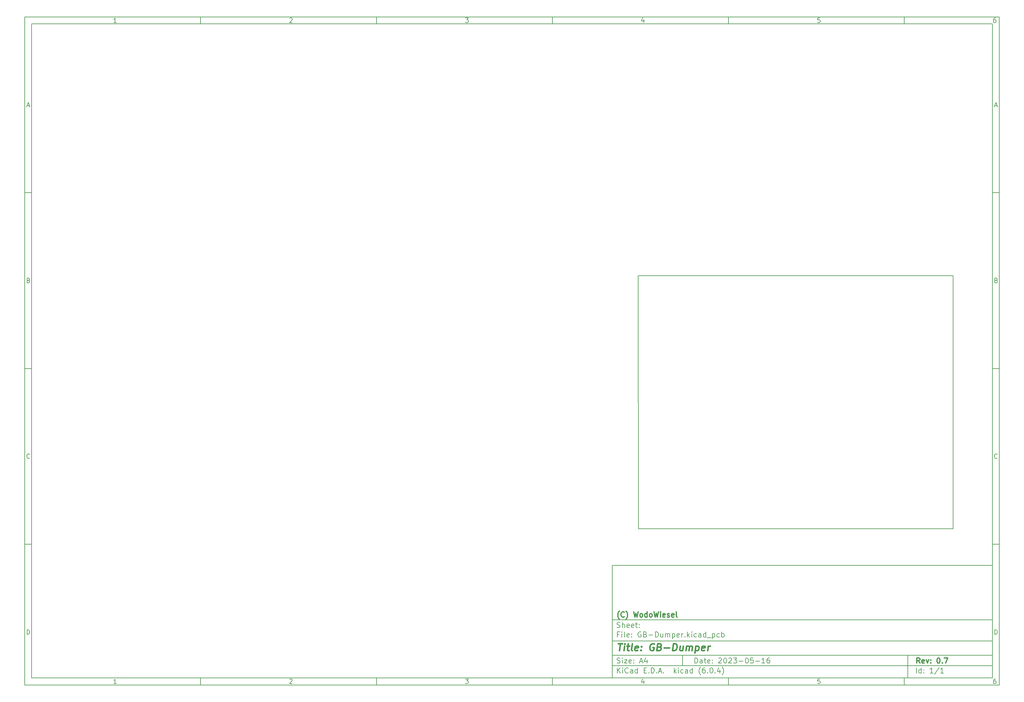
<source format=gbr>
%TF.GenerationSoftware,KiCad,Pcbnew,(6.0.4)*%
%TF.CreationDate,2023-10-22T17:32:39+02:00*%
%TF.ProjectId,GB-Dumper,47422d44-756d-4706-9572-2e6b69636164,0.7*%
%TF.SameCoordinates,Original*%
%TF.FileFunction,Other,User*%
%FSLAX46Y46*%
G04 Gerber Fmt 4.6, Leading zero omitted, Abs format (unit mm)*
G04 Created by KiCad (PCBNEW (6.0.4)) date 2023-10-22 17:32:39*
%MOMM*%
%LPD*%
G01*
G04 APERTURE LIST*
%ADD10C,0.100000*%
%ADD11C,0.150000*%
%ADD12C,0.300000*%
%ADD13C,0.400000*%
%TA.AperFunction,Profile*%
%ADD14C,0.150000*%
%TD*%
G04 APERTURE END LIST*
D10*
D11*
X177002200Y-166007200D02*
X177002200Y-198007200D01*
X285002200Y-198007200D01*
X285002200Y-166007200D01*
X177002200Y-166007200D01*
D10*
D11*
X10000000Y-10000000D02*
X10000000Y-200007200D01*
X287002200Y-200007200D01*
X287002200Y-10000000D01*
X10000000Y-10000000D01*
D10*
D11*
X12000000Y-12000000D02*
X12000000Y-198007200D01*
X285002200Y-198007200D01*
X285002200Y-12000000D01*
X12000000Y-12000000D01*
D10*
D11*
X60000000Y-12000000D02*
X60000000Y-10000000D01*
D10*
D11*
X110000000Y-12000000D02*
X110000000Y-10000000D01*
D10*
D11*
X160000000Y-12000000D02*
X160000000Y-10000000D01*
D10*
D11*
X210000000Y-12000000D02*
X210000000Y-10000000D01*
D10*
D11*
X260000000Y-12000000D02*
X260000000Y-10000000D01*
D10*
D11*
X36065476Y-11588095D02*
X35322619Y-11588095D01*
X35694047Y-11588095D02*
X35694047Y-10288095D01*
X35570238Y-10473809D01*
X35446428Y-10597619D01*
X35322619Y-10659523D01*
D10*
D11*
X85322619Y-10411904D02*
X85384523Y-10350000D01*
X85508333Y-10288095D01*
X85817857Y-10288095D01*
X85941666Y-10350000D01*
X86003571Y-10411904D01*
X86065476Y-10535714D01*
X86065476Y-10659523D01*
X86003571Y-10845238D01*
X85260714Y-11588095D01*
X86065476Y-11588095D01*
D10*
D11*
X135260714Y-10288095D02*
X136065476Y-10288095D01*
X135632142Y-10783333D01*
X135817857Y-10783333D01*
X135941666Y-10845238D01*
X136003571Y-10907142D01*
X136065476Y-11030952D01*
X136065476Y-11340476D01*
X136003571Y-11464285D01*
X135941666Y-11526190D01*
X135817857Y-11588095D01*
X135446428Y-11588095D01*
X135322619Y-11526190D01*
X135260714Y-11464285D01*
D10*
D11*
X185941666Y-10721428D02*
X185941666Y-11588095D01*
X185632142Y-10226190D02*
X185322619Y-11154761D01*
X186127380Y-11154761D01*
D10*
D11*
X236003571Y-10288095D02*
X235384523Y-10288095D01*
X235322619Y-10907142D01*
X235384523Y-10845238D01*
X235508333Y-10783333D01*
X235817857Y-10783333D01*
X235941666Y-10845238D01*
X236003571Y-10907142D01*
X236065476Y-11030952D01*
X236065476Y-11340476D01*
X236003571Y-11464285D01*
X235941666Y-11526190D01*
X235817857Y-11588095D01*
X235508333Y-11588095D01*
X235384523Y-11526190D01*
X235322619Y-11464285D01*
D10*
D11*
X285941666Y-10288095D02*
X285694047Y-10288095D01*
X285570238Y-10350000D01*
X285508333Y-10411904D01*
X285384523Y-10597619D01*
X285322619Y-10845238D01*
X285322619Y-11340476D01*
X285384523Y-11464285D01*
X285446428Y-11526190D01*
X285570238Y-11588095D01*
X285817857Y-11588095D01*
X285941666Y-11526190D01*
X286003571Y-11464285D01*
X286065476Y-11340476D01*
X286065476Y-11030952D01*
X286003571Y-10907142D01*
X285941666Y-10845238D01*
X285817857Y-10783333D01*
X285570238Y-10783333D01*
X285446428Y-10845238D01*
X285384523Y-10907142D01*
X285322619Y-11030952D01*
D10*
D11*
X60000000Y-198007200D02*
X60000000Y-200007200D01*
D10*
D11*
X110000000Y-198007200D02*
X110000000Y-200007200D01*
D10*
D11*
X160000000Y-198007200D02*
X160000000Y-200007200D01*
D10*
D11*
X210000000Y-198007200D02*
X210000000Y-200007200D01*
D10*
D11*
X260000000Y-198007200D02*
X260000000Y-200007200D01*
D10*
D11*
X36065476Y-199595295D02*
X35322619Y-199595295D01*
X35694047Y-199595295D02*
X35694047Y-198295295D01*
X35570238Y-198481009D01*
X35446428Y-198604819D01*
X35322619Y-198666723D01*
D10*
D11*
X85322619Y-198419104D02*
X85384523Y-198357200D01*
X85508333Y-198295295D01*
X85817857Y-198295295D01*
X85941666Y-198357200D01*
X86003571Y-198419104D01*
X86065476Y-198542914D01*
X86065476Y-198666723D01*
X86003571Y-198852438D01*
X85260714Y-199595295D01*
X86065476Y-199595295D01*
D10*
D11*
X135260714Y-198295295D02*
X136065476Y-198295295D01*
X135632142Y-198790533D01*
X135817857Y-198790533D01*
X135941666Y-198852438D01*
X136003571Y-198914342D01*
X136065476Y-199038152D01*
X136065476Y-199347676D01*
X136003571Y-199471485D01*
X135941666Y-199533390D01*
X135817857Y-199595295D01*
X135446428Y-199595295D01*
X135322619Y-199533390D01*
X135260714Y-199471485D01*
D10*
D11*
X185941666Y-198728628D02*
X185941666Y-199595295D01*
X185632142Y-198233390D02*
X185322619Y-199161961D01*
X186127380Y-199161961D01*
D10*
D11*
X236003571Y-198295295D02*
X235384523Y-198295295D01*
X235322619Y-198914342D01*
X235384523Y-198852438D01*
X235508333Y-198790533D01*
X235817857Y-198790533D01*
X235941666Y-198852438D01*
X236003571Y-198914342D01*
X236065476Y-199038152D01*
X236065476Y-199347676D01*
X236003571Y-199471485D01*
X235941666Y-199533390D01*
X235817857Y-199595295D01*
X235508333Y-199595295D01*
X235384523Y-199533390D01*
X235322619Y-199471485D01*
D10*
D11*
X285941666Y-198295295D02*
X285694047Y-198295295D01*
X285570238Y-198357200D01*
X285508333Y-198419104D01*
X285384523Y-198604819D01*
X285322619Y-198852438D01*
X285322619Y-199347676D01*
X285384523Y-199471485D01*
X285446428Y-199533390D01*
X285570238Y-199595295D01*
X285817857Y-199595295D01*
X285941666Y-199533390D01*
X286003571Y-199471485D01*
X286065476Y-199347676D01*
X286065476Y-199038152D01*
X286003571Y-198914342D01*
X285941666Y-198852438D01*
X285817857Y-198790533D01*
X285570238Y-198790533D01*
X285446428Y-198852438D01*
X285384523Y-198914342D01*
X285322619Y-199038152D01*
D10*
D11*
X10000000Y-60000000D02*
X12000000Y-60000000D01*
D10*
D11*
X10000000Y-110000000D02*
X12000000Y-110000000D01*
D10*
D11*
X10000000Y-160000000D02*
X12000000Y-160000000D01*
D10*
D11*
X10690476Y-35216666D02*
X11309523Y-35216666D01*
X10566666Y-35588095D02*
X11000000Y-34288095D01*
X11433333Y-35588095D01*
D10*
D11*
X11092857Y-84907142D02*
X11278571Y-84969047D01*
X11340476Y-85030952D01*
X11402380Y-85154761D01*
X11402380Y-85340476D01*
X11340476Y-85464285D01*
X11278571Y-85526190D01*
X11154761Y-85588095D01*
X10659523Y-85588095D01*
X10659523Y-84288095D01*
X11092857Y-84288095D01*
X11216666Y-84350000D01*
X11278571Y-84411904D01*
X11340476Y-84535714D01*
X11340476Y-84659523D01*
X11278571Y-84783333D01*
X11216666Y-84845238D01*
X11092857Y-84907142D01*
X10659523Y-84907142D01*
D10*
D11*
X11402380Y-135464285D02*
X11340476Y-135526190D01*
X11154761Y-135588095D01*
X11030952Y-135588095D01*
X10845238Y-135526190D01*
X10721428Y-135402380D01*
X10659523Y-135278571D01*
X10597619Y-135030952D01*
X10597619Y-134845238D01*
X10659523Y-134597619D01*
X10721428Y-134473809D01*
X10845238Y-134350000D01*
X11030952Y-134288095D01*
X11154761Y-134288095D01*
X11340476Y-134350000D01*
X11402380Y-134411904D01*
D10*
D11*
X10659523Y-185588095D02*
X10659523Y-184288095D01*
X10969047Y-184288095D01*
X11154761Y-184350000D01*
X11278571Y-184473809D01*
X11340476Y-184597619D01*
X11402380Y-184845238D01*
X11402380Y-185030952D01*
X11340476Y-185278571D01*
X11278571Y-185402380D01*
X11154761Y-185526190D01*
X10969047Y-185588095D01*
X10659523Y-185588095D01*
D10*
D11*
X287002200Y-60000000D02*
X285002200Y-60000000D01*
D10*
D11*
X287002200Y-110000000D02*
X285002200Y-110000000D01*
D10*
D11*
X287002200Y-160000000D02*
X285002200Y-160000000D01*
D10*
D11*
X285692676Y-35216666D02*
X286311723Y-35216666D01*
X285568866Y-35588095D02*
X286002200Y-34288095D01*
X286435533Y-35588095D01*
D10*
D11*
X286095057Y-84907142D02*
X286280771Y-84969047D01*
X286342676Y-85030952D01*
X286404580Y-85154761D01*
X286404580Y-85340476D01*
X286342676Y-85464285D01*
X286280771Y-85526190D01*
X286156961Y-85588095D01*
X285661723Y-85588095D01*
X285661723Y-84288095D01*
X286095057Y-84288095D01*
X286218866Y-84350000D01*
X286280771Y-84411904D01*
X286342676Y-84535714D01*
X286342676Y-84659523D01*
X286280771Y-84783333D01*
X286218866Y-84845238D01*
X286095057Y-84907142D01*
X285661723Y-84907142D01*
D10*
D11*
X286404580Y-135464285D02*
X286342676Y-135526190D01*
X286156961Y-135588095D01*
X286033152Y-135588095D01*
X285847438Y-135526190D01*
X285723628Y-135402380D01*
X285661723Y-135278571D01*
X285599819Y-135030952D01*
X285599819Y-134845238D01*
X285661723Y-134597619D01*
X285723628Y-134473809D01*
X285847438Y-134350000D01*
X286033152Y-134288095D01*
X286156961Y-134288095D01*
X286342676Y-134350000D01*
X286404580Y-134411904D01*
D10*
D11*
X285661723Y-185588095D02*
X285661723Y-184288095D01*
X285971247Y-184288095D01*
X286156961Y-184350000D01*
X286280771Y-184473809D01*
X286342676Y-184597619D01*
X286404580Y-184845238D01*
X286404580Y-185030952D01*
X286342676Y-185278571D01*
X286280771Y-185402380D01*
X286156961Y-185526190D01*
X285971247Y-185588095D01*
X285661723Y-185588095D01*
D10*
D11*
X200434342Y-193785771D02*
X200434342Y-192285771D01*
X200791485Y-192285771D01*
X201005771Y-192357200D01*
X201148628Y-192500057D01*
X201220057Y-192642914D01*
X201291485Y-192928628D01*
X201291485Y-193142914D01*
X201220057Y-193428628D01*
X201148628Y-193571485D01*
X201005771Y-193714342D01*
X200791485Y-193785771D01*
X200434342Y-193785771D01*
X202577200Y-193785771D02*
X202577200Y-193000057D01*
X202505771Y-192857200D01*
X202362914Y-192785771D01*
X202077200Y-192785771D01*
X201934342Y-192857200D01*
X202577200Y-193714342D02*
X202434342Y-193785771D01*
X202077200Y-193785771D01*
X201934342Y-193714342D01*
X201862914Y-193571485D01*
X201862914Y-193428628D01*
X201934342Y-193285771D01*
X202077200Y-193214342D01*
X202434342Y-193214342D01*
X202577200Y-193142914D01*
X203077200Y-192785771D02*
X203648628Y-192785771D01*
X203291485Y-192285771D02*
X203291485Y-193571485D01*
X203362914Y-193714342D01*
X203505771Y-193785771D01*
X203648628Y-193785771D01*
X204720057Y-193714342D02*
X204577200Y-193785771D01*
X204291485Y-193785771D01*
X204148628Y-193714342D01*
X204077200Y-193571485D01*
X204077200Y-193000057D01*
X204148628Y-192857200D01*
X204291485Y-192785771D01*
X204577200Y-192785771D01*
X204720057Y-192857200D01*
X204791485Y-193000057D01*
X204791485Y-193142914D01*
X204077200Y-193285771D01*
X205434342Y-193642914D02*
X205505771Y-193714342D01*
X205434342Y-193785771D01*
X205362914Y-193714342D01*
X205434342Y-193642914D01*
X205434342Y-193785771D01*
X205434342Y-192857200D02*
X205505771Y-192928628D01*
X205434342Y-193000057D01*
X205362914Y-192928628D01*
X205434342Y-192857200D01*
X205434342Y-193000057D01*
X207220057Y-192428628D02*
X207291485Y-192357200D01*
X207434342Y-192285771D01*
X207791485Y-192285771D01*
X207934342Y-192357200D01*
X208005771Y-192428628D01*
X208077200Y-192571485D01*
X208077200Y-192714342D01*
X208005771Y-192928628D01*
X207148628Y-193785771D01*
X208077200Y-193785771D01*
X209005771Y-192285771D02*
X209148628Y-192285771D01*
X209291485Y-192357200D01*
X209362914Y-192428628D01*
X209434342Y-192571485D01*
X209505771Y-192857200D01*
X209505771Y-193214342D01*
X209434342Y-193500057D01*
X209362914Y-193642914D01*
X209291485Y-193714342D01*
X209148628Y-193785771D01*
X209005771Y-193785771D01*
X208862914Y-193714342D01*
X208791485Y-193642914D01*
X208720057Y-193500057D01*
X208648628Y-193214342D01*
X208648628Y-192857200D01*
X208720057Y-192571485D01*
X208791485Y-192428628D01*
X208862914Y-192357200D01*
X209005771Y-192285771D01*
X210077200Y-192428628D02*
X210148628Y-192357200D01*
X210291485Y-192285771D01*
X210648628Y-192285771D01*
X210791485Y-192357200D01*
X210862914Y-192428628D01*
X210934342Y-192571485D01*
X210934342Y-192714342D01*
X210862914Y-192928628D01*
X210005771Y-193785771D01*
X210934342Y-193785771D01*
X211434342Y-192285771D02*
X212362914Y-192285771D01*
X211862914Y-192857200D01*
X212077200Y-192857200D01*
X212220057Y-192928628D01*
X212291485Y-193000057D01*
X212362914Y-193142914D01*
X212362914Y-193500057D01*
X212291485Y-193642914D01*
X212220057Y-193714342D01*
X212077200Y-193785771D01*
X211648628Y-193785771D01*
X211505771Y-193714342D01*
X211434342Y-193642914D01*
X213005771Y-193214342D02*
X214148628Y-193214342D01*
X215148628Y-192285771D02*
X215291485Y-192285771D01*
X215434342Y-192357200D01*
X215505771Y-192428628D01*
X215577200Y-192571485D01*
X215648628Y-192857200D01*
X215648628Y-193214342D01*
X215577200Y-193500057D01*
X215505771Y-193642914D01*
X215434342Y-193714342D01*
X215291485Y-193785771D01*
X215148628Y-193785771D01*
X215005771Y-193714342D01*
X214934342Y-193642914D01*
X214862914Y-193500057D01*
X214791485Y-193214342D01*
X214791485Y-192857200D01*
X214862914Y-192571485D01*
X214934342Y-192428628D01*
X215005771Y-192357200D01*
X215148628Y-192285771D01*
X217005771Y-192285771D02*
X216291485Y-192285771D01*
X216220057Y-193000057D01*
X216291485Y-192928628D01*
X216434342Y-192857200D01*
X216791485Y-192857200D01*
X216934342Y-192928628D01*
X217005771Y-193000057D01*
X217077200Y-193142914D01*
X217077200Y-193500057D01*
X217005771Y-193642914D01*
X216934342Y-193714342D01*
X216791485Y-193785771D01*
X216434342Y-193785771D01*
X216291485Y-193714342D01*
X216220057Y-193642914D01*
X217720057Y-193214342D02*
X218862914Y-193214342D01*
X220362914Y-193785771D02*
X219505771Y-193785771D01*
X219934342Y-193785771D02*
X219934342Y-192285771D01*
X219791485Y-192500057D01*
X219648628Y-192642914D01*
X219505771Y-192714342D01*
X221648628Y-192285771D02*
X221362914Y-192285771D01*
X221220057Y-192357200D01*
X221148628Y-192428628D01*
X221005771Y-192642914D01*
X220934342Y-192928628D01*
X220934342Y-193500057D01*
X221005771Y-193642914D01*
X221077200Y-193714342D01*
X221220057Y-193785771D01*
X221505771Y-193785771D01*
X221648628Y-193714342D01*
X221720057Y-193642914D01*
X221791485Y-193500057D01*
X221791485Y-193142914D01*
X221720057Y-193000057D01*
X221648628Y-192928628D01*
X221505771Y-192857200D01*
X221220057Y-192857200D01*
X221077200Y-192928628D01*
X221005771Y-193000057D01*
X220934342Y-193142914D01*
D10*
D11*
X177002200Y-194507200D02*
X285002200Y-194507200D01*
D10*
D11*
X178434342Y-196585771D02*
X178434342Y-195085771D01*
X179291485Y-196585771D02*
X178648628Y-195728628D01*
X179291485Y-195085771D02*
X178434342Y-195942914D01*
X179934342Y-196585771D02*
X179934342Y-195585771D01*
X179934342Y-195085771D02*
X179862914Y-195157200D01*
X179934342Y-195228628D01*
X180005771Y-195157200D01*
X179934342Y-195085771D01*
X179934342Y-195228628D01*
X181505771Y-196442914D02*
X181434342Y-196514342D01*
X181220057Y-196585771D01*
X181077200Y-196585771D01*
X180862914Y-196514342D01*
X180720057Y-196371485D01*
X180648628Y-196228628D01*
X180577200Y-195942914D01*
X180577200Y-195728628D01*
X180648628Y-195442914D01*
X180720057Y-195300057D01*
X180862914Y-195157200D01*
X181077200Y-195085771D01*
X181220057Y-195085771D01*
X181434342Y-195157200D01*
X181505771Y-195228628D01*
X182791485Y-196585771D02*
X182791485Y-195800057D01*
X182720057Y-195657200D01*
X182577200Y-195585771D01*
X182291485Y-195585771D01*
X182148628Y-195657200D01*
X182791485Y-196514342D02*
X182648628Y-196585771D01*
X182291485Y-196585771D01*
X182148628Y-196514342D01*
X182077200Y-196371485D01*
X182077200Y-196228628D01*
X182148628Y-196085771D01*
X182291485Y-196014342D01*
X182648628Y-196014342D01*
X182791485Y-195942914D01*
X184148628Y-196585771D02*
X184148628Y-195085771D01*
X184148628Y-196514342D02*
X184005771Y-196585771D01*
X183720057Y-196585771D01*
X183577200Y-196514342D01*
X183505771Y-196442914D01*
X183434342Y-196300057D01*
X183434342Y-195871485D01*
X183505771Y-195728628D01*
X183577200Y-195657200D01*
X183720057Y-195585771D01*
X184005771Y-195585771D01*
X184148628Y-195657200D01*
X186005771Y-195800057D02*
X186505771Y-195800057D01*
X186720057Y-196585771D02*
X186005771Y-196585771D01*
X186005771Y-195085771D01*
X186720057Y-195085771D01*
X187362914Y-196442914D02*
X187434342Y-196514342D01*
X187362914Y-196585771D01*
X187291485Y-196514342D01*
X187362914Y-196442914D01*
X187362914Y-196585771D01*
X188077200Y-196585771D02*
X188077200Y-195085771D01*
X188434342Y-195085771D01*
X188648628Y-195157200D01*
X188791485Y-195300057D01*
X188862914Y-195442914D01*
X188934342Y-195728628D01*
X188934342Y-195942914D01*
X188862914Y-196228628D01*
X188791485Y-196371485D01*
X188648628Y-196514342D01*
X188434342Y-196585771D01*
X188077200Y-196585771D01*
X189577200Y-196442914D02*
X189648628Y-196514342D01*
X189577200Y-196585771D01*
X189505771Y-196514342D01*
X189577200Y-196442914D01*
X189577200Y-196585771D01*
X190220057Y-196157200D02*
X190934342Y-196157200D01*
X190077200Y-196585771D02*
X190577200Y-195085771D01*
X191077200Y-196585771D01*
X191577200Y-196442914D02*
X191648628Y-196514342D01*
X191577200Y-196585771D01*
X191505771Y-196514342D01*
X191577200Y-196442914D01*
X191577200Y-196585771D01*
X194577200Y-196585771D02*
X194577200Y-195085771D01*
X194720057Y-196014342D02*
X195148628Y-196585771D01*
X195148628Y-195585771D02*
X194577200Y-196157200D01*
X195791485Y-196585771D02*
X195791485Y-195585771D01*
X195791485Y-195085771D02*
X195720057Y-195157200D01*
X195791485Y-195228628D01*
X195862914Y-195157200D01*
X195791485Y-195085771D01*
X195791485Y-195228628D01*
X197148628Y-196514342D02*
X197005771Y-196585771D01*
X196720057Y-196585771D01*
X196577200Y-196514342D01*
X196505771Y-196442914D01*
X196434342Y-196300057D01*
X196434342Y-195871485D01*
X196505771Y-195728628D01*
X196577200Y-195657200D01*
X196720057Y-195585771D01*
X197005771Y-195585771D01*
X197148628Y-195657200D01*
X198434342Y-196585771D02*
X198434342Y-195800057D01*
X198362914Y-195657200D01*
X198220057Y-195585771D01*
X197934342Y-195585771D01*
X197791485Y-195657200D01*
X198434342Y-196514342D02*
X198291485Y-196585771D01*
X197934342Y-196585771D01*
X197791485Y-196514342D01*
X197720057Y-196371485D01*
X197720057Y-196228628D01*
X197791485Y-196085771D01*
X197934342Y-196014342D01*
X198291485Y-196014342D01*
X198434342Y-195942914D01*
X199791485Y-196585771D02*
X199791485Y-195085771D01*
X199791485Y-196514342D02*
X199648628Y-196585771D01*
X199362914Y-196585771D01*
X199220057Y-196514342D01*
X199148628Y-196442914D01*
X199077200Y-196300057D01*
X199077200Y-195871485D01*
X199148628Y-195728628D01*
X199220057Y-195657200D01*
X199362914Y-195585771D01*
X199648628Y-195585771D01*
X199791485Y-195657200D01*
X202077200Y-197157200D02*
X202005771Y-197085771D01*
X201862914Y-196871485D01*
X201791485Y-196728628D01*
X201720057Y-196514342D01*
X201648628Y-196157200D01*
X201648628Y-195871485D01*
X201720057Y-195514342D01*
X201791485Y-195300057D01*
X201862914Y-195157200D01*
X202005771Y-194942914D01*
X202077200Y-194871485D01*
X203291485Y-195085771D02*
X203005771Y-195085771D01*
X202862914Y-195157200D01*
X202791485Y-195228628D01*
X202648628Y-195442914D01*
X202577200Y-195728628D01*
X202577200Y-196300057D01*
X202648628Y-196442914D01*
X202720057Y-196514342D01*
X202862914Y-196585771D01*
X203148628Y-196585771D01*
X203291485Y-196514342D01*
X203362914Y-196442914D01*
X203434342Y-196300057D01*
X203434342Y-195942914D01*
X203362914Y-195800057D01*
X203291485Y-195728628D01*
X203148628Y-195657200D01*
X202862914Y-195657200D01*
X202720057Y-195728628D01*
X202648628Y-195800057D01*
X202577200Y-195942914D01*
X204077200Y-196442914D02*
X204148628Y-196514342D01*
X204077200Y-196585771D01*
X204005771Y-196514342D01*
X204077200Y-196442914D01*
X204077200Y-196585771D01*
X205077200Y-195085771D02*
X205220057Y-195085771D01*
X205362914Y-195157200D01*
X205434342Y-195228628D01*
X205505771Y-195371485D01*
X205577200Y-195657200D01*
X205577200Y-196014342D01*
X205505771Y-196300057D01*
X205434342Y-196442914D01*
X205362914Y-196514342D01*
X205220057Y-196585771D01*
X205077200Y-196585771D01*
X204934342Y-196514342D01*
X204862914Y-196442914D01*
X204791485Y-196300057D01*
X204720057Y-196014342D01*
X204720057Y-195657200D01*
X204791485Y-195371485D01*
X204862914Y-195228628D01*
X204934342Y-195157200D01*
X205077200Y-195085771D01*
X206220057Y-196442914D02*
X206291485Y-196514342D01*
X206220057Y-196585771D01*
X206148628Y-196514342D01*
X206220057Y-196442914D01*
X206220057Y-196585771D01*
X207577200Y-195585771D02*
X207577200Y-196585771D01*
X207220057Y-195014342D02*
X206862914Y-196085771D01*
X207791485Y-196085771D01*
X208220057Y-197157200D02*
X208291485Y-197085771D01*
X208434342Y-196871485D01*
X208505771Y-196728628D01*
X208577200Y-196514342D01*
X208648628Y-196157200D01*
X208648628Y-195871485D01*
X208577200Y-195514342D01*
X208505771Y-195300057D01*
X208434342Y-195157200D01*
X208291485Y-194942914D01*
X208220057Y-194871485D01*
D10*
D11*
X177002200Y-191507200D02*
X285002200Y-191507200D01*
D10*
D12*
X264411485Y-193785771D02*
X263911485Y-193071485D01*
X263554342Y-193785771D02*
X263554342Y-192285771D01*
X264125771Y-192285771D01*
X264268628Y-192357200D01*
X264340057Y-192428628D01*
X264411485Y-192571485D01*
X264411485Y-192785771D01*
X264340057Y-192928628D01*
X264268628Y-193000057D01*
X264125771Y-193071485D01*
X263554342Y-193071485D01*
X265625771Y-193714342D02*
X265482914Y-193785771D01*
X265197200Y-193785771D01*
X265054342Y-193714342D01*
X264982914Y-193571485D01*
X264982914Y-193000057D01*
X265054342Y-192857200D01*
X265197200Y-192785771D01*
X265482914Y-192785771D01*
X265625771Y-192857200D01*
X265697200Y-193000057D01*
X265697200Y-193142914D01*
X264982914Y-193285771D01*
X266197200Y-192785771D02*
X266554342Y-193785771D01*
X266911485Y-192785771D01*
X267482914Y-193642914D02*
X267554342Y-193714342D01*
X267482914Y-193785771D01*
X267411485Y-193714342D01*
X267482914Y-193642914D01*
X267482914Y-193785771D01*
X267482914Y-192857200D02*
X267554342Y-192928628D01*
X267482914Y-193000057D01*
X267411485Y-192928628D01*
X267482914Y-192857200D01*
X267482914Y-193000057D01*
X269625771Y-192285771D02*
X269768628Y-192285771D01*
X269911485Y-192357200D01*
X269982914Y-192428628D01*
X270054342Y-192571485D01*
X270125771Y-192857200D01*
X270125771Y-193214342D01*
X270054342Y-193500057D01*
X269982914Y-193642914D01*
X269911485Y-193714342D01*
X269768628Y-193785771D01*
X269625771Y-193785771D01*
X269482914Y-193714342D01*
X269411485Y-193642914D01*
X269340057Y-193500057D01*
X269268628Y-193214342D01*
X269268628Y-192857200D01*
X269340057Y-192571485D01*
X269411485Y-192428628D01*
X269482914Y-192357200D01*
X269625771Y-192285771D01*
X270768628Y-193642914D02*
X270840057Y-193714342D01*
X270768628Y-193785771D01*
X270697200Y-193714342D01*
X270768628Y-193642914D01*
X270768628Y-193785771D01*
X271340057Y-192285771D02*
X272340057Y-192285771D01*
X271697200Y-193785771D01*
D10*
D11*
X178362914Y-193714342D02*
X178577200Y-193785771D01*
X178934342Y-193785771D01*
X179077200Y-193714342D01*
X179148628Y-193642914D01*
X179220057Y-193500057D01*
X179220057Y-193357200D01*
X179148628Y-193214342D01*
X179077200Y-193142914D01*
X178934342Y-193071485D01*
X178648628Y-193000057D01*
X178505771Y-192928628D01*
X178434342Y-192857200D01*
X178362914Y-192714342D01*
X178362914Y-192571485D01*
X178434342Y-192428628D01*
X178505771Y-192357200D01*
X178648628Y-192285771D01*
X179005771Y-192285771D01*
X179220057Y-192357200D01*
X179862914Y-193785771D02*
X179862914Y-192785771D01*
X179862914Y-192285771D02*
X179791485Y-192357200D01*
X179862914Y-192428628D01*
X179934342Y-192357200D01*
X179862914Y-192285771D01*
X179862914Y-192428628D01*
X180434342Y-192785771D02*
X181220057Y-192785771D01*
X180434342Y-193785771D01*
X181220057Y-193785771D01*
X182362914Y-193714342D02*
X182220057Y-193785771D01*
X181934342Y-193785771D01*
X181791485Y-193714342D01*
X181720057Y-193571485D01*
X181720057Y-193000057D01*
X181791485Y-192857200D01*
X181934342Y-192785771D01*
X182220057Y-192785771D01*
X182362914Y-192857200D01*
X182434342Y-193000057D01*
X182434342Y-193142914D01*
X181720057Y-193285771D01*
X183077200Y-193642914D02*
X183148628Y-193714342D01*
X183077200Y-193785771D01*
X183005771Y-193714342D01*
X183077200Y-193642914D01*
X183077200Y-193785771D01*
X183077200Y-192857200D02*
X183148628Y-192928628D01*
X183077200Y-193000057D01*
X183005771Y-192928628D01*
X183077200Y-192857200D01*
X183077200Y-193000057D01*
X184862914Y-193357200D02*
X185577200Y-193357200D01*
X184720057Y-193785771D02*
X185220057Y-192285771D01*
X185720057Y-193785771D01*
X186862914Y-192785771D02*
X186862914Y-193785771D01*
X186505771Y-192214342D02*
X186148628Y-193285771D01*
X187077200Y-193285771D01*
D10*
D11*
X263434342Y-196585771D02*
X263434342Y-195085771D01*
X264791485Y-196585771D02*
X264791485Y-195085771D01*
X264791485Y-196514342D02*
X264648628Y-196585771D01*
X264362914Y-196585771D01*
X264220057Y-196514342D01*
X264148628Y-196442914D01*
X264077200Y-196300057D01*
X264077200Y-195871485D01*
X264148628Y-195728628D01*
X264220057Y-195657200D01*
X264362914Y-195585771D01*
X264648628Y-195585771D01*
X264791485Y-195657200D01*
X265505771Y-196442914D02*
X265577200Y-196514342D01*
X265505771Y-196585771D01*
X265434342Y-196514342D01*
X265505771Y-196442914D01*
X265505771Y-196585771D01*
X265505771Y-195657200D02*
X265577200Y-195728628D01*
X265505771Y-195800057D01*
X265434342Y-195728628D01*
X265505771Y-195657200D01*
X265505771Y-195800057D01*
X268148628Y-196585771D02*
X267291485Y-196585771D01*
X267720057Y-196585771D02*
X267720057Y-195085771D01*
X267577200Y-195300057D01*
X267434342Y-195442914D01*
X267291485Y-195514342D01*
X269862914Y-195014342D02*
X268577200Y-196942914D01*
X271148628Y-196585771D02*
X270291485Y-196585771D01*
X270720057Y-196585771D02*
X270720057Y-195085771D01*
X270577200Y-195300057D01*
X270434342Y-195442914D01*
X270291485Y-195514342D01*
D10*
D11*
X177002200Y-187507200D02*
X285002200Y-187507200D01*
D10*
D13*
X178714580Y-188211961D02*
X179857438Y-188211961D01*
X179036009Y-190211961D02*
X179286009Y-188211961D01*
X180274104Y-190211961D02*
X180440771Y-188878628D01*
X180524104Y-188211961D02*
X180416961Y-188307200D01*
X180500295Y-188402438D01*
X180607438Y-188307200D01*
X180524104Y-188211961D01*
X180500295Y-188402438D01*
X181107438Y-188878628D02*
X181869342Y-188878628D01*
X181476485Y-188211961D02*
X181262200Y-189926247D01*
X181333628Y-190116723D01*
X181512200Y-190211961D01*
X181702676Y-190211961D01*
X182655057Y-190211961D02*
X182476485Y-190116723D01*
X182405057Y-189926247D01*
X182619342Y-188211961D01*
X184190771Y-190116723D02*
X183988390Y-190211961D01*
X183607438Y-190211961D01*
X183428866Y-190116723D01*
X183357438Y-189926247D01*
X183452676Y-189164342D01*
X183571723Y-188973866D01*
X183774104Y-188878628D01*
X184155057Y-188878628D01*
X184333628Y-188973866D01*
X184405057Y-189164342D01*
X184381247Y-189354819D01*
X183405057Y-189545295D01*
X185155057Y-190021485D02*
X185238390Y-190116723D01*
X185131247Y-190211961D01*
X185047914Y-190116723D01*
X185155057Y-190021485D01*
X185131247Y-190211961D01*
X185286009Y-188973866D02*
X185369342Y-189069104D01*
X185262200Y-189164342D01*
X185178866Y-189069104D01*
X185286009Y-188973866D01*
X185262200Y-189164342D01*
X188893152Y-188307200D02*
X188714580Y-188211961D01*
X188428866Y-188211961D01*
X188131247Y-188307200D01*
X187916961Y-188497676D01*
X187797914Y-188688152D01*
X187655057Y-189069104D01*
X187619342Y-189354819D01*
X187666961Y-189735771D01*
X187738390Y-189926247D01*
X187905057Y-190116723D01*
X188178866Y-190211961D01*
X188369342Y-190211961D01*
X188666961Y-190116723D01*
X188774104Y-190021485D01*
X188857438Y-189354819D01*
X188476485Y-189354819D01*
X190405057Y-189164342D02*
X190678866Y-189259580D01*
X190762200Y-189354819D01*
X190833628Y-189545295D01*
X190797914Y-189831009D01*
X190678866Y-190021485D01*
X190571723Y-190116723D01*
X190369342Y-190211961D01*
X189607438Y-190211961D01*
X189857438Y-188211961D01*
X190524104Y-188211961D01*
X190702676Y-188307200D01*
X190786009Y-188402438D01*
X190857438Y-188592914D01*
X190833628Y-188783390D01*
X190714580Y-188973866D01*
X190607438Y-189069104D01*
X190405057Y-189164342D01*
X189738390Y-189164342D01*
X191702676Y-189450057D02*
X193226485Y-189450057D01*
X194083628Y-190211961D02*
X194333628Y-188211961D01*
X194809819Y-188211961D01*
X195083628Y-188307200D01*
X195250295Y-188497676D01*
X195321723Y-188688152D01*
X195369342Y-189069104D01*
X195333628Y-189354819D01*
X195190771Y-189735771D01*
X195071723Y-189926247D01*
X194857438Y-190116723D01*
X194559819Y-190211961D01*
X194083628Y-190211961D01*
X197107438Y-188878628D02*
X196940771Y-190211961D01*
X196250295Y-188878628D02*
X196119342Y-189926247D01*
X196190771Y-190116723D01*
X196369342Y-190211961D01*
X196655057Y-190211961D01*
X196857438Y-190116723D01*
X196964580Y-190021485D01*
X197893152Y-190211961D02*
X198059819Y-188878628D01*
X198036009Y-189069104D02*
X198143152Y-188973866D01*
X198345533Y-188878628D01*
X198631247Y-188878628D01*
X198809819Y-188973866D01*
X198881247Y-189164342D01*
X198750295Y-190211961D01*
X198881247Y-189164342D02*
X199000295Y-188973866D01*
X199202676Y-188878628D01*
X199488390Y-188878628D01*
X199666961Y-188973866D01*
X199738390Y-189164342D01*
X199607438Y-190211961D01*
X200726485Y-188878628D02*
X200476485Y-190878628D01*
X200714580Y-188973866D02*
X200916961Y-188878628D01*
X201297914Y-188878628D01*
X201476485Y-188973866D01*
X201559819Y-189069104D01*
X201631247Y-189259580D01*
X201559819Y-189831009D01*
X201440771Y-190021485D01*
X201333628Y-190116723D01*
X201131247Y-190211961D01*
X200750295Y-190211961D01*
X200571723Y-190116723D01*
X203143152Y-190116723D02*
X202940771Y-190211961D01*
X202559819Y-190211961D01*
X202381247Y-190116723D01*
X202309819Y-189926247D01*
X202405057Y-189164342D01*
X202524104Y-188973866D01*
X202726485Y-188878628D01*
X203107438Y-188878628D01*
X203286009Y-188973866D01*
X203357438Y-189164342D01*
X203333628Y-189354819D01*
X202357438Y-189545295D01*
X204083628Y-190211961D02*
X204250295Y-188878628D01*
X204202676Y-189259580D02*
X204321723Y-189069104D01*
X204428866Y-188973866D01*
X204631247Y-188878628D01*
X204821723Y-188878628D01*
D10*
D11*
X178934342Y-185600057D02*
X178434342Y-185600057D01*
X178434342Y-186385771D02*
X178434342Y-184885771D01*
X179148628Y-184885771D01*
X179720057Y-186385771D02*
X179720057Y-185385771D01*
X179720057Y-184885771D02*
X179648628Y-184957200D01*
X179720057Y-185028628D01*
X179791485Y-184957200D01*
X179720057Y-184885771D01*
X179720057Y-185028628D01*
X180648628Y-186385771D02*
X180505771Y-186314342D01*
X180434342Y-186171485D01*
X180434342Y-184885771D01*
X181791485Y-186314342D02*
X181648628Y-186385771D01*
X181362914Y-186385771D01*
X181220057Y-186314342D01*
X181148628Y-186171485D01*
X181148628Y-185600057D01*
X181220057Y-185457200D01*
X181362914Y-185385771D01*
X181648628Y-185385771D01*
X181791485Y-185457200D01*
X181862914Y-185600057D01*
X181862914Y-185742914D01*
X181148628Y-185885771D01*
X182505771Y-186242914D02*
X182577200Y-186314342D01*
X182505771Y-186385771D01*
X182434342Y-186314342D01*
X182505771Y-186242914D01*
X182505771Y-186385771D01*
X182505771Y-185457200D02*
X182577200Y-185528628D01*
X182505771Y-185600057D01*
X182434342Y-185528628D01*
X182505771Y-185457200D01*
X182505771Y-185600057D01*
X185148628Y-184957200D02*
X185005771Y-184885771D01*
X184791485Y-184885771D01*
X184577200Y-184957200D01*
X184434342Y-185100057D01*
X184362914Y-185242914D01*
X184291485Y-185528628D01*
X184291485Y-185742914D01*
X184362914Y-186028628D01*
X184434342Y-186171485D01*
X184577200Y-186314342D01*
X184791485Y-186385771D01*
X184934342Y-186385771D01*
X185148628Y-186314342D01*
X185220057Y-186242914D01*
X185220057Y-185742914D01*
X184934342Y-185742914D01*
X186362914Y-185600057D02*
X186577200Y-185671485D01*
X186648628Y-185742914D01*
X186720057Y-185885771D01*
X186720057Y-186100057D01*
X186648628Y-186242914D01*
X186577200Y-186314342D01*
X186434342Y-186385771D01*
X185862914Y-186385771D01*
X185862914Y-184885771D01*
X186362914Y-184885771D01*
X186505771Y-184957200D01*
X186577200Y-185028628D01*
X186648628Y-185171485D01*
X186648628Y-185314342D01*
X186577200Y-185457200D01*
X186505771Y-185528628D01*
X186362914Y-185600057D01*
X185862914Y-185600057D01*
X187362914Y-185814342D02*
X188505771Y-185814342D01*
X189220057Y-186385771D02*
X189220057Y-184885771D01*
X189577200Y-184885771D01*
X189791485Y-184957200D01*
X189934342Y-185100057D01*
X190005771Y-185242914D01*
X190077200Y-185528628D01*
X190077200Y-185742914D01*
X190005771Y-186028628D01*
X189934342Y-186171485D01*
X189791485Y-186314342D01*
X189577200Y-186385771D01*
X189220057Y-186385771D01*
X191362914Y-185385771D02*
X191362914Y-186385771D01*
X190720057Y-185385771D02*
X190720057Y-186171485D01*
X190791485Y-186314342D01*
X190934342Y-186385771D01*
X191148628Y-186385771D01*
X191291485Y-186314342D01*
X191362914Y-186242914D01*
X192077200Y-186385771D02*
X192077200Y-185385771D01*
X192077200Y-185528628D02*
X192148628Y-185457200D01*
X192291485Y-185385771D01*
X192505771Y-185385771D01*
X192648628Y-185457200D01*
X192720057Y-185600057D01*
X192720057Y-186385771D01*
X192720057Y-185600057D02*
X192791485Y-185457200D01*
X192934342Y-185385771D01*
X193148628Y-185385771D01*
X193291485Y-185457200D01*
X193362914Y-185600057D01*
X193362914Y-186385771D01*
X194077200Y-185385771D02*
X194077200Y-186885771D01*
X194077200Y-185457200D02*
X194220057Y-185385771D01*
X194505771Y-185385771D01*
X194648628Y-185457200D01*
X194720057Y-185528628D01*
X194791485Y-185671485D01*
X194791485Y-186100057D01*
X194720057Y-186242914D01*
X194648628Y-186314342D01*
X194505771Y-186385771D01*
X194220057Y-186385771D01*
X194077200Y-186314342D01*
X196005771Y-186314342D02*
X195862914Y-186385771D01*
X195577200Y-186385771D01*
X195434342Y-186314342D01*
X195362914Y-186171485D01*
X195362914Y-185600057D01*
X195434342Y-185457200D01*
X195577200Y-185385771D01*
X195862914Y-185385771D01*
X196005771Y-185457200D01*
X196077200Y-185600057D01*
X196077200Y-185742914D01*
X195362914Y-185885771D01*
X196720057Y-186385771D02*
X196720057Y-185385771D01*
X196720057Y-185671485D02*
X196791485Y-185528628D01*
X196862914Y-185457200D01*
X197005771Y-185385771D01*
X197148628Y-185385771D01*
X197648628Y-186242914D02*
X197720057Y-186314342D01*
X197648628Y-186385771D01*
X197577200Y-186314342D01*
X197648628Y-186242914D01*
X197648628Y-186385771D01*
X198362914Y-186385771D02*
X198362914Y-184885771D01*
X198505771Y-185814342D02*
X198934342Y-186385771D01*
X198934342Y-185385771D02*
X198362914Y-185957200D01*
X199577200Y-186385771D02*
X199577200Y-185385771D01*
X199577200Y-184885771D02*
X199505771Y-184957200D01*
X199577200Y-185028628D01*
X199648628Y-184957200D01*
X199577200Y-184885771D01*
X199577200Y-185028628D01*
X200934342Y-186314342D02*
X200791485Y-186385771D01*
X200505771Y-186385771D01*
X200362914Y-186314342D01*
X200291485Y-186242914D01*
X200220057Y-186100057D01*
X200220057Y-185671485D01*
X200291485Y-185528628D01*
X200362914Y-185457200D01*
X200505771Y-185385771D01*
X200791485Y-185385771D01*
X200934342Y-185457200D01*
X202220057Y-186385771D02*
X202220057Y-185600057D01*
X202148628Y-185457200D01*
X202005771Y-185385771D01*
X201720057Y-185385771D01*
X201577200Y-185457200D01*
X202220057Y-186314342D02*
X202077200Y-186385771D01*
X201720057Y-186385771D01*
X201577200Y-186314342D01*
X201505771Y-186171485D01*
X201505771Y-186028628D01*
X201577200Y-185885771D01*
X201720057Y-185814342D01*
X202077200Y-185814342D01*
X202220057Y-185742914D01*
X203577200Y-186385771D02*
X203577200Y-184885771D01*
X203577200Y-186314342D02*
X203434342Y-186385771D01*
X203148628Y-186385771D01*
X203005771Y-186314342D01*
X202934342Y-186242914D01*
X202862914Y-186100057D01*
X202862914Y-185671485D01*
X202934342Y-185528628D01*
X203005771Y-185457200D01*
X203148628Y-185385771D01*
X203434342Y-185385771D01*
X203577200Y-185457200D01*
X203934342Y-186528628D02*
X205077200Y-186528628D01*
X205434342Y-185385771D02*
X205434342Y-186885771D01*
X205434342Y-185457200D02*
X205577200Y-185385771D01*
X205862914Y-185385771D01*
X206005771Y-185457200D01*
X206077200Y-185528628D01*
X206148628Y-185671485D01*
X206148628Y-186100057D01*
X206077200Y-186242914D01*
X206005771Y-186314342D01*
X205862914Y-186385771D01*
X205577200Y-186385771D01*
X205434342Y-186314342D01*
X207434342Y-186314342D02*
X207291485Y-186385771D01*
X207005771Y-186385771D01*
X206862914Y-186314342D01*
X206791485Y-186242914D01*
X206720057Y-186100057D01*
X206720057Y-185671485D01*
X206791485Y-185528628D01*
X206862914Y-185457200D01*
X207005771Y-185385771D01*
X207291485Y-185385771D01*
X207434342Y-185457200D01*
X208077200Y-186385771D02*
X208077200Y-184885771D01*
X208077200Y-185457200D02*
X208220057Y-185385771D01*
X208505771Y-185385771D01*
X208648628Y-185457200D01*
X208720057Y-185528628D01*
X208791485Y-185671485D01*
X208791485Y-186100057D01*
X208720057Y-186242914D01*
X208648628Y-186314342D01*
X208505771Y-186385771D01*
X208220057Y-186385771D01*
X208077200Y-186314342D01*
D10*
D11*
X177002200Y-181507200D02*
X285002200Y-181507200D01*
D10*
D11*
X178362914Y-183614342D02*
X178577200Y-183685771D01*
X178934342Y-183685771D01*
X179077200Y-183614342D01*
X179148628Y-183542914D01*
X179220057Y-183400057D01*
X179220057Y-183257200D01*
X179148628Y-183114342D01*
X179077200Y-183042914D01*
X178934342Y-182971485D01*
X178648628Y-182900057D01*
X178505771Y-182828628D01*
X178434342Y-182757200D01*
X178362914Y-182614342D01*
X178362914Y-182471485D01*
X178434342Y-182328628D01*
X178505771Y-182257200D01*
X178648628Y-182185771D01*
X179005771Y-182185771D01*
X179220057Y-182257200D01*
X179862914Y-183685771D02*
X179862914Y-182185771D01*
X180505771Y-183685771D02*
X180505771Y-182900057D01*
X180434342Y-182757200D01*
X180291485Y-182685771D01*
X180077200Y-182685771D01*
X179934342Y-182757200D01*
X179862914Y-182828628D01*
X181791485Y-183614342D02*
X181648628Y-183685771D01*
X181362914Y-183685771D01*
X181220057Y-183614342D01*
X181148628Y-183471485D01*
X181148628Y-182900057D01*
X181220057Y-182757200D01*
X181362914Y-182685771D01*
X181648628Y-182685771D01*
X181791485Y-182757200D01*
X181862914Y-182900057D01*
X181862914Y-183042914D01*
X181148628Y-183185771D01*
X183077200Y-183614342D02*
X182934342Y-183685771D01*
X182648628Y-183685771D01*
X182505771Y-183614342D01*
X182434342Y-183471485D01*
X182434342Y-182900057D01*
X182505771Y-182757200D01*
X182648628Y-182685771D01*
X182934342Y-182685771D01*
X183077200Y-182757200D01*
X183148628Y-182900057D01*
X183148628Y-183042914D01*
X182434342Y-183185771D01*
X183577200Y-182685771D02*
X184148628Y-182685771D01*
X183791485Y-182185771D02*
X183791485Y-183471485D01*
X183862914Y-183614342D01*
X184005771Y-183685771D01*
X184148628Y-183685771D01*
X184648628Y-183542914D02*
X184720057Y-183614342D01*
X184648628Y-183685771D01*
X184577200Y-183614342D01*
X184648628Y-183542914D01*
X184648628Y-183685771D01*
X184648628Y-182757200D02*
X184720057Y-182828628D01*
X184648628Y-182900057D01*
X184577200Y-182828628D01*
X184648628Y-182757200D01*
X184648628Y-182900057D01*
D10*
D12*
X178982914Y-181257200D02*
X178911485Y-181185771D01*
X178768628Y-180971485D01*
X178697200Y-180828628D01*
X178625771Y-180614342D01*
X178554342Y-180257200D01*
X178554342Y-179971485D01*
X178625771Y-179614342D01*
X178697200Y-179400057D01*
X178768628Y-179257200D01*
X178911485Y-179042914D01*
X178982914Y-178971485D01*
X180411485Y-180542914D02*
X180340057Y-180614342D01*
X180125771Y-180685771D01*
X179982914Y-180685771D01*
X179768628Y-180614342D01*
X179625771Y-180471485D01*
X179554342Y-180328628D01*
X179482914Y-180042914D01*
X179482914Y-179828628D01*
X179554342Y-179542914D01*
X179625771Y-179400057D01*
X179768628Y-179257200D01*
X179982914Y-179185771D01*
X180125771Y-179185771D01*
X180340057Y-179257200D01*
X180411485Y-179328628D01*
X180911485Y-181257200D02*
X180982914Y-181185771D01*
X181125771Y-180971485D01*
X181197200Y-180828628D01*
X181268628Y-180614342D01*
X181340057Y-180257200D01*
X181340057Y-179971485D01*
X181268628Y-179614342D01*
X181197200Y-179400057D01*
X181125771Y-179257200D01*
X180982914Y-179042914D01*
X180911485Y-178971485D01*
X183054342Y-179185771D02*
X183411485Y-180685771D01*
X183697200Y-179614342D01*
X183982914Y-180685771D01*
X184340057Y-179185771D01*
X185125771Y-180685771D02*
X184982914Y-180614342D01*
X184911485Y-180542914D01*
X184840057Y-180400057D01*
X184840057Y-179971485D01*
X184911485Y-179828628D01*
X184982914Y-179757200D01*
X185125771Y-179685771D01*
X185340057Y-179685771D01*
X185482914Y-179757200D01*
X185554342Y-179828628D01*
X185625771Y-179971485D01*
X185625771Y-180400057D01*
X185554342Y-180542914D01*
X185482914Y-180614342D01*
X185340057Y-180685771D01*
X185125771Y-180685771D01*
X186911485Y-180685771D02*
X186911485Y-179185771D01*
X186911485Y-180614342D02*
X186768628Y-180685771D01*
X186482914Y-180685771D01*
X186340057Y-180614342D01*
X186268628Y-180542914D01*
X186197200Y-180400057D01*
X186197200Y-179971485D01*
X186268628Y-179828628D01*
X186340057Y-179757200D01*
X186482914Y-179685771D01*
X186768628Y-179685771D01*
X186911485Y-179757200D01*
X187840057Y-180685771D02*
X187697200Y-180614342D01*
X187625771Y-180542914D01*
X187554342Y-180400057D01*
X187554342Y-179971485D01*
X187625771Y-179828628D01*
X187697200Y-179757200D01*
X187840057Y-179685771D01*
X188054342Y-179685771D01*
X188197200Y-179757200D01*
X188268628Y-179828628D01*
X188340057Y-179971485D01*
X188340057Y-180400057D01*
X188268628Y-180542914D01*
X188197200Y-180614342D01*
X188054342Y-180685771D01*
X187840057Y-180685771D01*
X188840057Y-179185771D02*
X189197200Y-180685771D01*
X189482914Y-179614342D01*
X189768628Y-180685771D01*
X190125771Y-179185771D01*
X190697200Y-180685771D02*
X190697200Y-179685771D01*
X190697200Y-179185771D02*
X190625771Y-179257200D01*
X190697200Y-179328628D01*
X190768628Y-179257200D01*
X190697200Y-179185771D01*
X190697200Y-179328628D01*
X191982914Y-180614342D02*
X191840057Y-180685771D01*
X191554342Y-180685771D01*
X191411485Y-180614342D01*
X191340057Y-180471485D01*
X191340057Y-179900057D01*
X191411485Y-179757200D01*
X191554342Y-179685771D01*
X191840057Y-179685771D01*
X191982914Y-179757200D01*
X192054342Y-179900057D01*
X192054342Y-180042914D01*
X191340057Y-180185771D01*
X192625771Y-180614342D02*
X192768628Y-180685771D01*
X193054342Y-180685771D01*
X193197200Y-180614342D01*
X193268628Y-180471485D01*
X193268628Y-180400057D01*
X193197200Y-180257200D01*
X193054342Y-180185771D01*
X192840057Y-180185771D01*
X192697200Y-180114342D01*
X192625771Y-179971485D01*
X192625771Y-179900057D01*
X192697200Y-179757200D01*
X192840057Y-179685771D01*
X193054342Y-179685771D01*
X193197200Y-179757200D01*
X194482914Y-180614342D02*
X194340057Y-180685771D01*
X194054342Y-180685771D01*
X193911485Y-180614342D01*
X193840057Y-180471485D01*
X193840057Y-179900057D01*
X193911485Y-179757200D01*
X194054342Y-179685771D01*
X194340057Y-179685771D01*
X194482914Y-179757200D01*
X194554342Y-179900057D01*
X194554342Y-180042914D01*
X193840057Y-180185771D01*
X195411485Y-180685771D02*
X195268628Y-180614342D01*
X195197200Y-180471485D01*
X195197200Y-179185771D01*
D10*
D11*
D10*
D11*
D10*
D11*
D10*
D11*
D10*
D11*
X197002200Y-191507200D02*
X197002200Y-194507200D01*
D10*
D11*
X261002200Y-191507200D02*
X261002200Y-198007200D01*
D14*
X273834000Y-83564000D02*
X273834000Y-155540000D01*
X184378000Y-83564000D02*
X273834000Y-83564000D01*
X184478000Y-155564000D02*
X184378000Y-83564000D01*
X273834000Y-155540000D02*
X184478000Y-155564000D01*
M02*

</source>
